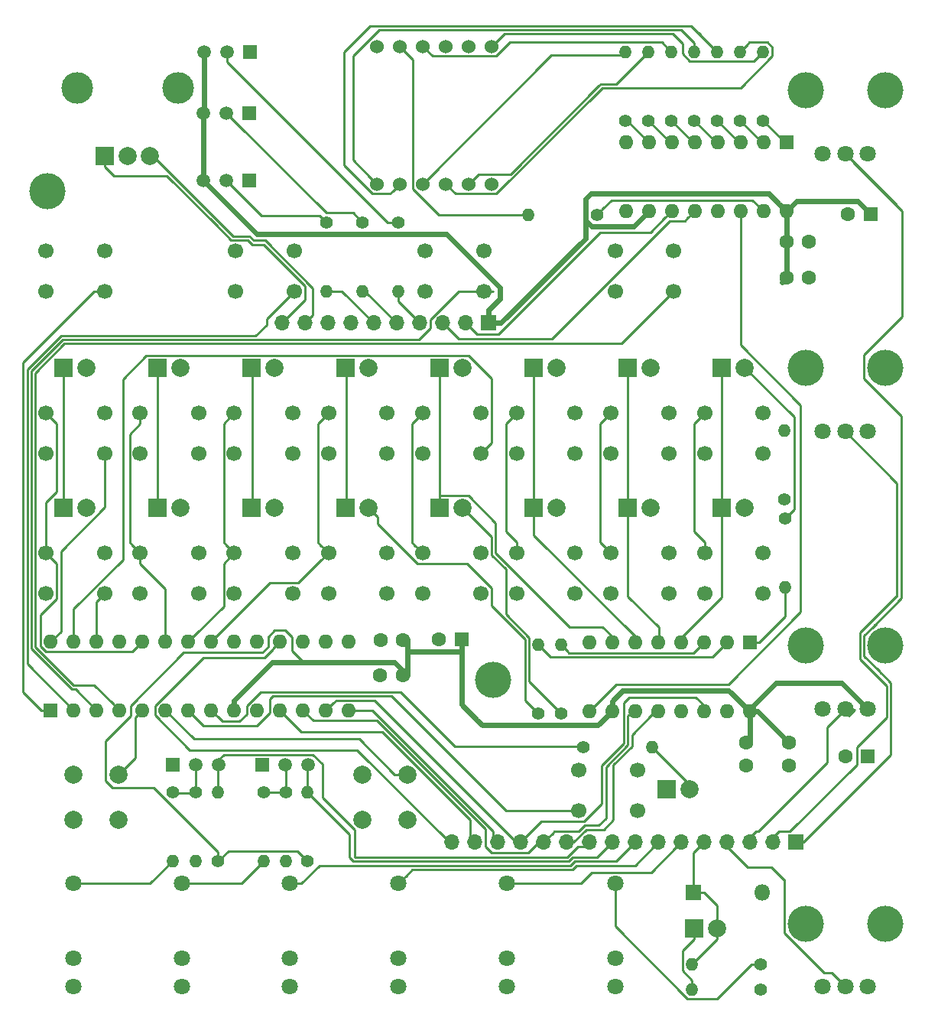
<source format=gtl>
G04 #@! TF.GenerationSoftware,KiCad,Pcbnew,(5.1.2)-1*
G04 #@! TF.CreationDate,2020-07-24T19:37:29-07:00*
G04 #@! TF.ProjectId,kicad-control-board,6b696361-642d-4636-9f6e-74726f6c2d62,rev?*
G04 #@! TF.SameCoordinates,Original*
G04 #@! TF.FileFunction,Copper,L1,Top*
G04 #@! TF.FilePolarity,Positive*
%FSLAX46Y46*%
G04 Gerber Fmt 4.6, Leading zero omitted, Abs format (unit mm)*
G04 Created by KiCad (PCBNEW (5.1.2)-1) date 2020-07-24 19:37:29*
%MOMM*%
%LPD*%
G04 APERTURE LIST*
%ADD10C,1.700000*%
%ADD11R,1.600000X1.600000*%
%ADD12O,1.600000X1.600000*%
%ADD13C,1.520000*%
%ADD14R,1.520000X1.520000*%
%ADD15C,1.600000*%
%ADD16C,4.000000*%
%ADD17C,1.800000*%
%ADD18R,1.700000X1.700000*%
%ADD19O,1.700000X1.700000*%
%ADD20C,1.524000*%
%ADD21O,1.400000X1.400000*%
%ADD22C,1.400000*%
%ADD23C,3.500000*%
%ADD24C,2.000000*%
%ADD25R,2.000000X2.000000*%
%ADD26O,1.800000X1.800000*%
%ADD27R,1.800000X1.800000*%
%ADD28C,0.600000*%
%ADD29C,0.250000*%
G04 APERTURE END LIST*
D10*
X74081630Y-60450000D03*
X67581630Y-60450000D03*
X74081630Y-55950000D03*
X67581630Y-55950000D03*
D11*
X97500000Y-26000000D03*
D12*
X79720000Y-33620000D03*
X94960000Y-26000000D03*
X82260000Y-33620000D03*
X92420000Y-26000000D03*
X84800000Y-33620000D03*
X89880000Y-26000000D03*
X87340000Y-33620000D03*
X87340000Y-26000000D03*
X89880000Y-33620000D03*
X84800000Y-26000000D03*
X92420000Y-33620000D03*
X82260000Y-26000000D03*
X94960000Y-33620000D03*
X79720000Y-26000000D03*
X97500000Y-33620000D03*
D13*
X35500000Y-16000000D03*
X32960000Y-16000000D03*
D14*
X38040000Y-16000000D03*
D13*
X41981120Y-94881700D03*
X44521120Y-94881700D03*
D14*
X39441120Y-94881700D03*
D13*
X32095440Y-94902020D03*
X34635440Y-94902020D03*
D14*
X29555440Y-94902020D03*
D13*
X35460000Y-30250000D03*
X32920000Y-30250000D03*
D14*
X38000000Y-30250000D03*
D13*
X35460000Y-22750000D03*
X32920000Y-22750000D03*
D14*
X38000000Y-22750000D03*
D15*
X93000000Y-92500000D03*
X93000000Y-95000000D03*
X55039260Y-81097120D03*
X52539260Y-81097120D03*
X97500000Y-37000000D03*
X100000000Y-37000000D03*
D16*
X108400000Y-112500000D03*
X99600000Y-112500000D03*
D17*
X106500000Y-119500000D03*
X104000000Y-119500000D03*
X101500000Y-119500000D03*
D16*
X108400000Y-81750000D03*
X99600000Y-81750000D03*
D17*
X106500000Y-88750000D03*
X104000000Y-88750000D03*
X101500000Y-88750000D03*
D16*
X108400000Y-51000000D03*
X99600000Y-51000000D03*
D17*
X106500000Y-58000000D03*
X104000000Y-58000000D03*
X101500000Y-58000000D03*
D16*
X108400000Y-20250000D03*
X99600000Y-20250000D03*
D17*
X106500000Y-27250000D03*
X104000000Y-27250000D03*
X101500000Y-27250000D03*
D18*
X98500000Y-103500000D03*
D19*
X95960000Y-103500000D03*
X93420000Y-103500000D03*
X90880000Y-103500000D03*
X88340000Y-103500000D03*
X85800000Y-103500000D03*
X83260000Y-103500000D03*
X80720000Y-103500000D03*
X78180000Y-103500000D03*
X75640000Y-103500000D03*
X73100000Y-103500000D03*
X70560000Y-103500000D03*
X68020000Y-103500000D03*
X65480000Y-103500000D03*
X62940000Y-103500000D03*
X60400000Y-103500000D03*
D12*
X93400000Y-89020000D03*
X75620000Y-81400000D03*
X90860000Y-89020000D03*
X78160000Y-81400000D03*
X88320000Y-89020000D03*
X80700000Y-81400000D03*
X85780000Y-89020000D03*
X83240000Y-81400000D03*
X83240000Y-89020000D03*
X85780000Y-81400000D03*
X80700000Y-89020000D03*
X88320000Y-81400000D03*
X78160000Y-89020000D03*
X90860000Y-81400000D03*
X75620000Y-89020000D03*
D11*
X93400000Y-81400000D03*
D10*
X53248978Y-60450000D03*
X46748978Y-60450000D03*
X53248978Y-55950000D03*
X46748978Y-55950000D03*
X32416326Y-75950000D03*
X25916326Y-75950000D03*
X32416326Y-71450000D03*
X25916326Y-71450000D03*
X22000000Y-75950000D03*
X15500000Y-75950000D03*
X22000000Y-71450000D03*
X15500000Y-71450000D03*
X63665304Y-60450000D03*
X57165304Y-60450000D03*
X63665304Y-55950000D03*
X57165304Y-55950000D03*
X22000000Y-60450000D03*
X15500000Y-60450000D03*
X22000000Y-55950000D03*
X15500000Y-55950000D03*
X32416326Y-60450000D03*
X25916326Y-60450000D03*
X32416326Y-55950000D03*
X25916326Y-55950000D03*
X42832652Y-60450000D03*
X36332652Y-60450000D03*
X42832652Y-55950000D03*
X36332652Y-55950000D03*
X94914284Y-60450000D03*
X88414284Y-60450000D03*
X94914284Y-55950000D03*
X88414284Y-55950000D03*
X84497956Y-60450000D03*
X77997956Y-60450000D03*
X84497956Y-55950000D03*
X77997956Y-55950000D03*
X42832652Y-75950000D03*
X36332652Y-75950000D03*
X42832652Y-71450000D03*
X36332652Y-71450000D03*
X53248978Y-75950000D03*
X46748978Y-75950000D03*
X53248978Y-71450000D03*
X46748978Y-71450000D03*
X94914284Y-75950000D03*
X88414284Y-75950000D03*
X94914284Y-71450000D03*
X88414284Y-71450000D03*
X84497956Y-75950000D03*
X77997956Y-75950000D03*
X84497956Y-71450000D03*
X77997956Y-71450000D03*
X74081630Y-75950000D03*
X67581630Y-75950000D03*
X74081630Y-71450000D03*
X67581630Y-71450000D03*
X63665304Y-75950000D03*
X57165304Y-75950000D03*
X63665304Y-71450000D03*
X57165304Y-71450000D03*
X43000000Y-42500000D03*
X36500000Y-42500000D03*
X43000000Y-38000000D03*
X36500000Y-38000000D03*
X64000000Y-42500000D03*
X57500000Y-42500000D03*
X64000000Y-38000000D03*
X57500000Y-38000000D03*
X85000000Y-42500000D03*
X78500000Y-42500000D03*
X85000000Y-38000000D03*
X78500000Y-38000000D03*
X22000000Y-42500000D03*
X15500000Y-42500000D03*
X22000000Y-38000000D03*
X15500000Y-38000000D03*
X74500000Y-95500000D03*
X81000000Y-95500000D03*
X74500000Y-100000000D03*
X81000000Y-100000000D03*
D20*
X52150000Y-30620000D03*
X54690000Y-30620000D03*
X57230000Y-30620000D03*
X59770000Y-30620000D03*
X62310000Y-30620000D03*
X64850000Y-30620000D03*
X64850000Y-15380000D03*
X62310000Y-15380000D03*
X59770000Y-15380000D03*
X57230000Y-15380000D03*
X54690000Y-15380000D03*
X52150000Y-15380000D03*
D12*
X16000000Y-81280000D03*
X49020000Y-88900000D03*
X18540000Y-81280000D03*
X46480000Y-88900000D03*
X21080000Y-81280000D03*
X43940000Y-88900000D03*
X23620000Y-81280000D03*
X41400000Y-88900000D03*
X26160000Y-81280000D03*
X38860000Y-88900000D03*
X28700000Y-81280000D03*
X36320000Y-88900000D03*
X31240000Y-81280000D03*
X33780000Y-88900000D03*
X33780000Y-81280000D03*
X31240000Y-88900000D03*
X36320000Y-81280000D03*
X28700000Y-88900000D03*
X38860000Y-81280000D03*
X26160000Y-88900000D03*
X41400000Y-81280000D03*
X23620000Y-88900000D03*
X43940000Y-81280000D03*
X21080000Y-88900000D03*
X46480000Y-81280000D03*
X18540000Y-88900000D03*
X49020000Y-81280000D03*
D11*
X16000000Y-88900000D03*
D21*
X39600000Y-105620000D03*
D22*
X39600000Y-98000000D03*
D15*
X59000000Y-81000000D03*
D11*
X61500000Y-81000000D03*
D23*
X30100000Y-20000000D03*
X18900000Y-20000000D03*
D24*
X27000000Y-27500000D03*
X24500000Y-27500000D03*
D25*
X22000000Y-27500000D03*
D22*
X54500000Y-34850000D03*
D21*
X54500000Y-42470000D03*
X50500000Y-42470000D03*
D22*
X50500000Y-34850000D03*
X46500000Y-34850000D03*
D21*
X46500000Y-42470000D03*
X82620000Y-93000000D03*
D22*
X75000000Y-93000000D03*
X34550000Y-105600000D03*
D21*
X34550000Y-97980000D03*
X32050000Y-105570000D03*
D22*
X32050000Y-97950000D03*
X42050000Y-97950000D03*
D21*
X42050000Y-105570000D03*
D22*
X94610000Y-116990000D03*
D21*
X86990000Y-116990000D03*
X87020000Y-119770000D03*
D22*
X94640000Y-119770000D03*
X44450000Y-105600000D03*
D21*
X44450000Y-97980000D03*
X97290000Y-57890000D03*
D22*
X97290000Y-65510000D03*
X97330000Y-67650000D03*
D21*
X97330000Y-75270000D03*
X70000000Y-81630000D03*
D22*
X70000000Y-89250000D03*
X72500000Y-89250000D03*
D21*
X72500000Y-81630000D03*
X68880000Y-34000000D03*
D22*
X76500000Y-34000000D03*
X79660000Y-23590000D03*
D21*
X79660000Y-15970000D03*
X89826664Y-15970000D03*
D22*
X89826664Y-23590000D03*
X87284998Y-23590000D03*
D21*
X87284998Y-15970000D03*
X84743332Y-15970000D03*
D22*
X84743332Y-23590000D03*
X82201666Y-23590000D03*
D21*
X82201666Y-15970000D03*
X29500000Y-105570000D03*
D22*
X29500000Y-97950000D03*
X94910000Y-23590000D03*
D21*
X94910000Y-15970000D03*
X92368330Y-15970000D03*
D22*
X92368330Y-23590000D03*
D15*
X97750000Y-95000000D03*
X97750000Y-92500000D03*
X104000000Y-94000000D03*
D11*
X106500000Y-94000000D03*
D15*
X55000000Y-85000000D03*
X52500000Y-85000000D03*
X104300000Y-33950000D03*
D11*
X106800000Y-33950000D03*
D15*
X100000000Y-41000000D03*
X97500000Y-41000000D03*
D25*
X17430000Y-50950000D03*
D24*
X19970000Y-50950000D03*
D25*
X27846326Y-50950000D03*
D24*
X30386326Y-50950000D03*
X40802652Y-50950000D03*
D25*
X38262652Y-50950000D03*
D24*
X51218978Y-50950000D03*
D25*
X48678978Y-50950000D03*
X90344284Y-50950000D03*
D24*
X92884284Y-50950000D03*
D25*
X79927956Y-50950000D03*
D24*
X82467956Y-50950000D03*
D25*
X69511630Y-50950000D03*
D24*
X72051630Y-50950000D03*
D25*
X59095304Y-50950000D03*
D24*
X61635304Y-50950000D03*
D25*
X17430000Y-66450000D03*
D24*
X19970000Y-66450000D03*
D25*
X27846326Y-66450000D03*
D24*
X30386326Y-66450000D03*
D25*
X38262652Y-66450000D03*
D24*
X40802652Y-66450000D03*
D25*
X48678978Y-66450000D03*
D24*
X51218978Y-66450000D03*
X92884284Y-66450000D03*
D25*
X90344284Y-66450000D03*
D24*
X82467956Y-66450000D03*
D25*
X79927956Y-66450000D03*
X69511630Y-66450000D03*
D24*
X72051630Y-66450000D03*
D25*
X59095304Y-66450000D03*
D24*
X61635304Y-66450000D03*
D25*
X87230000Y-113000000D03*
D24*
X89770000Y-113000000D03*
X86720000Y-97600000D03*
D25*
X84180000Y-97600000D03*
D26*
X94800000Y-109060000D03*
D27*
X87180000Y-109060000D03*
D18*
X64500000Y-46000000D03*
D19*
X61960000Y-46000000D03*
X59420000Y-46000000D03*
X56880000Y-46000000D03*
X54340000Y-46000000D03*
X51800000Y-46000000D03*
X49260000Y-46000000D03*
X46720000Y-46000000D03*
X44180000Y-46000000D03*
X41640000Y-46000000D03*
D17*
X78500000Y-108080000D03*
X78500000Y-119480000D03*
X78500000Y-116380000D03*
X66500000Y-108080000D03*
X66500000Y-119480000D03*
X66500000Y-116380000D03*
X18500000Y-116380000D03*
X18500000Y-119480000D03*
X18500000Y-108080000D03*
X54500000Y-116380000D03*
X54500000Y-119480000D03*
X54500000Y-108080000D03*
X42500000Y-116380000D03*
X42500000Y-119480000D03*
X42500000Y-108080000D03*
X30500000Y-108080000D03*
X30500000Y-119480000D03*
X30500000Y-116380000D03*
D24*
X18500000Y-96000000D03*
X23500000Y-96000000D03*
X23500000Y-101000000D03*
X18500000Y-101000000D03*
X50500000Y-101000000D03*
X55500000Y-101000000D03*
X55500000Y-96000000D03*
X50500000Y-96000000D03*
D16*
X65000000Y-85500000D03*
X15650000Y-31440000D03*
D28*
X97500000Y-33620000D02*
X97500000Y-37000000D01*
X97500000Y-41000000D02*
X97500000Y-37000000D01*
X80579999Y-35300001D02*
X79053997Y-35300001D01*
X82260000Y-33620000D02*
X80579999Y-35300001D01*
X79053997Y-35300001D02*
X75875999Y-35300001D01*
X75875999Y-35300001D02*
X75199999Y-34624001D01*
X96700001Y-32820001D02*
X97500000Y-33620000D01*
X95549988Y-31669988D02*
X96700001Y-32820001D01*
X75830012Y-31669988D02*
X95549988Y-31669988D01*
X75199999Y-32300001D02*
X75830012Y-31669988D01*
X97000000Y-41500000D02*
X97500000Y-41000000D01*
X75199999Y-34624001D02*
X75199999Y-34000000D01*
X75199999Y-34000000D02*
X75199999Y-32300001D01*
X75199996Y-36638274D02*
X75199999Y-36274681D01*
X75199999Y-36274681D02*
X75199999Y-34000000D01*
X65838270Y-46000000D02*
X75199996Y-36638274D01*
X64500000Y-46000000D02*
X65838270Y-46000000D01*
X96295000Y-85825000D02*
X98400000Y-85825000D01*
X93500000Y-88620000D02*
X96295000Y-85825000D01*
X105400000Y-32550000D02*
X106800000Y-33950000D01*
X98570000Y-32550000D02*
X105400000Y-32550000D01*
X97500000Y-33620000D02*
X98570000Y-32550000D01*
X55500000Y-85000000D02*
X55500000Y-81000000D01*
X55768631Y-82400001D02*
X61500000Y-82400000D01*
X55500000Y-82131370D02*
X55768631Y-82400001D01*
X55500000Y-81000000D02*
X55500000Y-82131370D01*
D29*
X43750001Y-104900001D02*
X44450000Y-105600000D01*
X43294999Y-104444999D02*
X43750001Y-104900001D01*
X35705001Y-104444999D02*
X43294999Y-104444999D01*
X34550000Y-105600000D02*
X35705001Y-104444999D01*
D28*
X61500000Y-82400000D02*
X61500000Y-81000000D01*
X61500000Y-88250000D02*
X61500000Y-84250000D01*
X61500000Y-84899642D02*
X61500000Y-84250000D01*
X61500000Y-84250000D02*
X61500000Y-82400000D01*
X63800001Y-90550001D02*
X63250000Y-90000000D01*
X76629999Y-90550001D02*
X63800001Y-90550001D01*
X78160000Y-89020000D02*
X76629999Y-90550001D01*
X63670001Y-90420001D02*
X63250000Y-90000000D01*
X63250000Y-90000000D02*
X61500000Y-88250000D01*
X36320000Y-87768630D02*
X36320000Y-88900000D01*
X40488631Y-83599999D02*
X36320000Y-87768630D01*
X55500000Y-85000000D02*
X54099999Y-83599999D01*
X94270000Y-89020000D02*
X97750000Y-92500000D01*
X93400000Y-89020000D02*
X94270000Y-89020000D01*
X93400000Y-92100000D02*
X93000000Y-92500000D01*
X93400000Y-89020000D02*
X93400000Y-92100000D01*
X93400000Y-89020000D02*
X91105012Y-86725012D01*
X79323618Y-86725012D02*
X78160000Y-87888630D01*
X78160000Y-87888630D02*
X78160000Y-89020000D01*
X91105012Y-86725012D02*
X79323618Y-86725012D01*
D29*
X42714999Y-82285077D02*
X44029921Y-83599999D01*
X42714999Y-80781997D02*
X42714999Y-82285077D01*
X40085001Y-80781997D02*
X40811999Y-80054999D01*
X40085001Y-81868001D02*
X40085001Y-80781997D01*
X39448001Y-82505001D02*
X40085001Y-81868001D01*
X41988001Y-80054999D02*
X42714999Y-80781997D01*
X30741997Y-82505001D02*
X39448001Y-82505001D01*
X24845001Y-89488001D02*
X24845001Y-88401997D01*
X22074999Y-92258003D02*
X24845001Y-89488001D01*
X22815999Y-97425001D02*
X22074999Y-96684001D01*
X22074999Y-96684001D02*
X22074999Y-92258003D01*
X27364950Y-97425001D02*
X22815999Y-97425001D01*
X34550000Y-104610051D02*
X27364950Y-97425001D01*
X34550000Y-105600000D02*
X34550000Y-104610051D01*
X24845001Y-88401997D02*
X30741997Y-82505001D01*
D28*
X44029921Y-83599999D02*
X40488631Y-83599999D01*
D29*
X40811999Y-80054999D02*
X41988001Y-80054999D01*
D28*
X54099999Y-83599999D02*
X44029921Y-83599999D01*
X65725010Y-42079008D02*
X65725010Y-43324990D01*
X65725010Y-43324990D02*
X64500000Y-44550000D01*
X64500000Y-44550000D02*
X64500000Y-46000000D01*
X59796003Y-36150001D02*
X65725010Y-42079008D01*
X38820001Y-36150001D02*
X32920000Y-30250000D01*
X41307299Y-36150001D02*
X59796003Y-36150001D01*
X41307299Y-36150001D02*
X38820001Y-36150001D01*
X32920000Y-29175198D02*
X32920000Y-22750000D01*
X32920000Y-30250000D02*
X32920000Y-29175198D01*
X32960000Y-22710000D02*
X32920000Y-22750000D01*
X32960000Y-16000000D02*
X32960000Y-22710000D01*
X103575000Y-85825000D02*
X102995000Y-85825000D01*
X106500000Y-88750000D02*
X103575000Y-85825000D01*
X98400000Y-85825000D02*
X102995000Y-85825000D01*
D29*
X17430000Y-52250000D02*
X17430000Y-66500000D01*
X17430000Y-51000000D02*
X17430000Y-52250000D01*
X90344284Y-50950000D02*
X90344284Y-66450000D01*
X90344284Y-76335716D02*
X90344284Y-66450000D01*
X85880000Y-80800000D02*
X90344284Y-76335716D01*
X27858571Y-65250000D02*
X27858571Y-51000000D01*
X27858571Y-66500000D02*
X27858571Y-65250000D01*
X79927956Y-52200000D02*
X79927956Y-66450000D01*
X79927956Y-50950000D02*
X79927956Y-52200000D01*
X79927956Y-67700000D02*
X79927956Y-66450000D01*
X79927956Y-76256586D02*
X79927956Y-67700000D01*
X83340000Y-79668630D02*
X79927956Y-76256586D01*
X83340000Y-80800000D02*
X83340000Y-79668630D01*
X38287142Y-60309002D02*
X38287142Y-66500000D01*
X38287142Y-51000000D02*
X38287142Y-60309002D01*
X69511630Y-52200000D02*
X69511630Y-66450000D01*
X69511630Y-50950000D02*
X69511630Y-52200000D01*
X69511630Y-69511630D02*
X69511630Y-66450000D01*
X80800000Y-80800000D02*
X69511630Y-69511630D01*
X48715713Y-51000000D02*
X48715713Y-66500000D01*
X59095304Y-52200000D02*
X59095304Y-66450000D01*
X59095304Y-50950000D02*
X59095304Y-52200000D01*
X77134999Y-79674999D02*
X73474999Y-79674999D01*
X78260000Y-80800000D02*
X77134999Y-79674999D01*
X59095304Y-65200000D02*
X59095304Y-66450000D01*
X59170305Y-65124999D02*
X59095304Y-65200000D01*
X65290316Y-71490316D02*
X65290316Y-68144010D01*
X73474999Y-79674999D02*
X65290316Y-71490316D01*
X65290316Y-68144010D02*
X62271305Y-65124999D01*
X62271305Y-65124999D02*
X59170305Y-65124999D01*
X92884284Y-50950000D02*
X98325001Y-56390717D01*
X98325001Y-66654999D02*
X97330000Y-67650000D01*
X98325001Y-56390717D02*
X98325001Y-66654999D01*
X68524988Y-87774988D02*
X68524988Y-81024988D01*
X70000000Y-89250000D02*
X68524988Y-87774988D01*
X52218977Y-67449999D02*
X51218978Y-66450000D01*
X68524988Y-81024988D02*
X64840305Y-77340305D01*
X64840305Y-77340305D02*
X64840305Y-75385999D01*
X64840305Y-75385999D02*
X62079307Y-72625001D01*
X62079307Y-72625001D02*
X56601303Y-72625001D01*
X56601303Y-72625001D02*
X52218977Y-68242675D01*
X52218977Y-68242675D02*
X52218977Y-67449999D01*
X64840305Y-76514001D02*
X64840305Y-75385999D01*
X68974999Y-80838588D02*
X66406629Y-78270218D01*
X64840305Y-71676716D02*
X64840305Y-69655001D01*
X62635303Y-67449999D02*
X61635304Y-66450000D01*
X66406629Y-73243040D02*
X64840305Y-71676716D01*
X64840305Y-69655001D02*
X62635303Y-67449999D01*
X68974999Y-85724999D02*
X68974999Y-80838588D01*
X72500000Y-89250000D02*
X68974999Y-85724999D01*
X66406629Y-78270218D02*
X66406629Y-73243040D01*
X87230000Y-114250000D02*
X87230000Y-113000000D01*
X85964999Y-115515001D02*
X87230000Y-114250000D01*
X85964999Y-117725050D02*
X85964999Y-115515001D01*
X87020000Y-118780051D02*
X85964999Y-117725050D01*
X87020000Y-119770000D02*
X87020000Y-118780051D01*
X87180000Y-104660000D02*
X87180000Y-109060000D01*
X88340000Y-103500000D02*
X87180000Y-104660000D01*
X89770000Y-114210000D02*
X89770000Y-113000000D01*
X86990000Y-116990000D02*
X89770000Y-114210000D01*
X89770000Y-111585787D02*
X89770000Y-113000000D01*
X89770000Y-110500000D02*
X89770000Y-111585787D01*
X88330000Y-109060000D02*
X89770000Y-110500000D01*
X87180000Y-109060000D02*
X88330000Y-109060000D01*
X34579999Y-89699999D02*
X33780000Y-88900000D01*
X36908001Y-90125001D02*
X35005001Y-90125001D01*
X37734999Y-88359999D02*
X37734999Y-89298003D01*
X39220021Y-86874977D02*
X37734999Y-88359999D01*
X54774977Y-86874977D02*
X39220021Y-86874977D01*
X35005001Y-90125001D02*
X34579999Y-89699999D01*
X37734999Y-89298003D02*
X36908001Y-90125001D01*
X60750000Y-92850000D02*
X54774977Y-86874977D01*
X75050000Y-92850000D02*
X60750000Y-92850000D01*
X70949999Y-103150001D02*
X70100000Y-104000000D01*
X71500000Y-102600000D02*
X70949999Y-103150001D01*
X71649989Y-102450011D02*
X71500000Y-102600000D01*
X77500000Y-97000000D02*
X77500000Y-97239002D01*
X79935012Y-92701401D02*
X77500000Y-95136412D01*
X79935012Y-89484988D02*
X79935012Y-92701401D01*
X80800000Y-88620000D02*
X79935012Y-89484988D01*
X77500000Y-95136412D02*
X77500000Y-97000000D01*
X68924999Y-104675001D02*
X70100000Y-103500000D01*
X43940000Y-88900000D02*
X45065001Y-90025001D01*
X45065001Y-90025001D02*
X52110672Y-90025001D01*
X52110672Y-90025001D02*
X64115001Y-102029331D01*
X64115001Y-102029331D02*
X64115001Y-103965003D01*
X64115001Y-103965003D02*
X64824999Y-104675001D01*
X64824999Y-104675001D02*
X68924999Y-104675001D01*
X77500000Y-98268000D02*
X77500000Y-97000000D01*
X77500000Y-98500000D02*
X77500000Y-98268000D01*
X76682988Y-101625012D02*
X77500000Y-100808000D01*
X71500000Y-102600000D02*
X71775001Y-102324999D01*
X71775001Y-102324999D02*
X74439589Y-102324999D01*
X74439589Y-102324999D02*
X75139576Y-101625012D01*
X75139576Y-101625012D02*
X76682988Y-101625012D01*
X77500000Y-100808000D02*
X77500000Y-98268000D01*
X62480000Y-101030741D02*
X62480000Y-102297919D01*
X62480000Y-102297919D02*
X62480000Y-103500000D01*
X43750000Y-91250000D02*
X52699259Y-91250000D01*
X41400000Y-88900000D02*
X43750000Y-91250000D01*
X52699259Y-91250000D02*
X62480000Y-101030741D01*
X47279999Y-88100001D02*
X46480000Y-88900000D01*
X47605001Y-87774999D02*
X47279999Y-88100001D01*
X51834999Y-87774999D02*
X47605001Y-87774999D01*
X79485001Y-88269997D02*
X79485001Y-88450000D01*
X79485001Y-88450000D02*
X79485001Y-88700000D01*
X79485001Y-88069997D02*
X80000000Y-87554998D01*
X79485001Y-89100000D02*
X79485001Y-88069997D01*
X80000000Y-87554998D02*
X79674999Y-87879999D01*
X79485001Y-88700000D02*
X79485001Y-89100000D01*
X79485001Y-92515001D02*
X79484999Y-92515001D01*
X79485001Y-89100000D02*
X79485001Y-92515001D01*
X77000000Y-95000000D02*
X77000000Y-97739002D01*
X79484999Y-92515001D02*
X77000000Y-95000000D01*
X67560000Y-103500000D02*
X51834999Y-87774999D01*
X87450023Y-87450023D02*
X80104975Y-87450023D01*
X80104975Y-87450023D02*
X80000000Y-87554998D01*
X88420000Y-88420000D02*
X87450023Y-87450023D01*
X68869999Y-102650001D02*
X68020000Y-103500000D01*
X75064001Y-101175001D02*
X70344999Y-101175001D01*
X77000000Y-97739002D02*
X77000000Y-99239002D01*
X70344999Y-101175001D02*
X68869999Y-102650001D01*
X77000000Y-99239002D02*
X75064001Y-101175001D01*
X50151370Y-88900000D02*
X49020000Y-88900000D01*
X51622081Y-88900000D02*
X50151370Y-88900000D01*
X65020000Y-103500000D02*
X65020000Y-102297919D01*
X65020000Y-102297919D02*
X51622081Y-88900000D01*
X80385023Y-91574977D02*
X82540001Y-89419999D01*
X82540001Y-89419999D02*
X83340000Y-88620000D01*
X80385023Y-92887801D02*
X80385023Y-91574977D01*
X78324999Y-94947823D02*
X80385023Y-92887801D01*
X78324999Y-98315001D02*
X78324999Y-97882999D01*
X78324999Y-97882999D02*
X78324999Y-94947823D01*
X78324999Y-100999001D02*
X78324999Y-97882999D01*
X75325975Y-102075023D02*
X77248977Y-102075023D01*
X73900998Y-103500000D02*
X75325975Y-102075023D01*
X73100000Y-103500000D02*
X73900998Y-103500000D01*
X77248977Y-102075023D02*
X78324999Y-100999001D01*
X54500000Y-43620000D02*
X54500000Y-42470000D01*
X56880000Y-46000000D02*
X54500000Y-43620000D01*
X50810000Y-42470000D02*
X50500000Y-42470000D01*
X54340000Y-46000000D02*
X50810000Y-42470000D01*
X48270000Y-42470000D02*
X46500000Y-42470000D01*
X51800000Y-46000000D02*
X48270000Y-42470000D01*
X49049991Y-102579991D02*
X44450000Y-97980000D01*
X49049991Y-105186401D02*
X49049991Y-102579991D01*
X73390401Y-105625012D02*
X49488601Y-105625012D01*
X73840411Y-105175001D02*
X73390401Y-105625012D01*
X76544999Y-105175001D02*
X73840411Y-105175001D01*
X49488601Y-105625012D02*
X49049991Y-105186401D01*
X77720000Y-104000000D02*
X76544999Y-105175001D01*
X44450000Y-94952820D02*
X44521120Y-94881700D01*
X44450000Y-97980000D02*
X44450000Y-94952820D01*
X73576801Y-106075023D02*
X45777769Y-106075023D01*
X78634988Y-105625012D02*
X74026812Y-105625012D01*
X80260000Y-104000000D02*
X78634988Y-105625012D01*
X74026812Y-105625012D02*
X73576801Y-106075023D01*
X45777769Y-106075023D02*
X43772792Y-108080000D01*
X43772792Y-108080000D02*
X42500000Y-108080000D01*
X82800000Y-104000000D02*
X80724977Y-106075023D01*
X80724977Y-106075023D02*
X74213211Y-106075023D01*
X74213211Y-106075023D02*
X73763201Y-106525034D01*
X73763201Y-106525034D02*
X56054966Y-106525034D01*
X56054966Y-106525034D02*
X55399999Y-107180001D01*
X55399999Y-107180001D02*
X54500000Y-108080000D01*
X35215001Y-93774999D02*
X34040000Y-94950000D01*
X49675001Y-102136003D02*
X47538998Y-100000000D01*
X73204001Y-105175001D02*
X49675001Y-105175001D01*
X74379002Y-104000000D02*
X73204001Y-105175001D01*
X75180000Y-104000000D02*
X74379002Y-104000000D01*
X49675001Y-105175001D02*
X49675001Y-102136003D01*
X34550000Y-94987460D02*
X34635440Y-94902020D01*
X34550000Y-97980000D02*
X34550000Y-94987460D01*
X45020221Y-93774999D02*
X41693361Y-93774999D01*
X46102349Y-98563351D02*
X46102349Y-94857127D01*
X46102349Y-98563351D02*
X47538998Y-100000000D01*
X46102349Y-94857127D02*
X45020221Y-93774999D01*
X41693361Y-93774999D02*
X35215001Y-93774999D01*
X75917822Y-106854999D02*
X74692821Y-108080000D01*
X74692821Y-108080000D02*
X67772792Y-108080000D01*
X82485001Y-106854999D02*
X75917822Y-106854999D01*
X85340000Y-104000000D02*
X82485001Y-106854999D01*
X67772792Y-108080000D02*
X66500000Y-108080000D01*
X93210000Y-106290000D02*
X95830000Y-106290000D01*
X93210000Y-106290000D02*
X90420000Y-103500000D01*
X97180000Y-107640000D02*
X97210000Y-107640000D01*
X95830000Y-106290000D02*
X97180000Y-107640000D01*
X97210000Y-107640000D02*
X97210000Y-113551002D01*
X102480501Y-117980501D02*
X101639499Y-117980501D01*
X104000000Y-119500000D02*
X102480501Y-117980501D01*
X97210000Y-113551002D02*
X101639499Y-117980501D01*
X104350001Y-89483331D02*
X105000000Y-88833332D01*
X94135001Y-102324999D02*
X94375001Y-102324999D01*
X92960000Y-103500000D02*
X94135001Y-102324999D01*
X102005000Y-90745000D02*
X104000000Y-88750000D01*
X102005000Y-94695000D02*
X102005000Y-90745000D01*
X94375001Y-102324999D02*
X102005000Y-94695000D01*
X96675001Y-102324999D02*
X95500000Y-103500000D01*
X105274999Y-94875001D02*
X97825001Y-102324999D01*
X105274999Y-92936003D02*
X105274999Y-94875001D01*
X108575001Y-89636001D02*
X105274999Y-92936003D01*
X108575001Y-86185001D02*
X108575001Y-89636001D01*
X104000000Y-58000000D02*
X109735620Y-63735620D01*
X109735620Y-63735620D02*
X109735620Y-76275620D01*
X109735620Y-76275620D02*
X109654380Y-76275620D01*
X97825001Y-102324999D02*
X96675001Y-102324999D01*
X109654380Y-76275620D02*
X105624988Y-80305012D01*
X105624988Y-80305012D02*
X105624988Y-83234988D01*
X105624988Y-83234988D02*
X108575001Y-86185001D01*
X109695420Y-32945420D02*
X104000000Y-27250000D01*
X104899999Y-28190839D02*
X110304580Y-33595420D01*
X104899999Y-28149999D02*
X104899999Y-28190839D01*
X104000000Y-27250000D02*
X104899999Y-28149999D01*
X106074999Y-52198559D02*
X110218220Y-56341780D01*
X106074999Y-49574161D02*
X106074999Y-52198559D01*
X110304580Y-45344580D02*
X106074999Y-49574161D01*
X110304580Y-33595420D02*
X110304580Y-45344580D01*
X106074999Y-80633999D02*
X106074999Y-82866001D01*
X109025012Y-93839990D02*
X109025012Y-85816014D01*
X99365002Y-103500000D02*
X109025012Y-93839990D01*
X107669499Y-84460501D02*
X107928998Y-84720000D01*
X109025012Y-85816014D02*
X107669499Y-84460501D01*
X98040000Y-103500000D02*
X99365002Y-103500000D01*
X106074999Y-82866001D02*
X107669499Y-84460501D01*
X110218220Y-76490778D02*
X107059499Y-79649499D01*
X110218220Y-75291780D02*
X110218220Y-76490778D01*
X107059499Y-79649499D02*
X106074999Y-80633999D01*
X107283999Y-79424999D02*
X107059499Y-79649499D01*
X110218220Y-56341780D02*
X110218220Y-75291780D01*
X49500000Y-27970000D02*
X51388001Y-29858001D01*
X52371249Y-13549989D02*
X49500000Y-16421238D01*
X49500000Y-16421238D02*
X49500000Y-27970000D01*
X66500000Y-13549989D02*
X52371249Y-13549989D01*
X51388001Y-29858001D02*
X52150000Y-30620000D01*
X85854936Y-13549989D02*
X85019989Y-13549989D01*
X87284998Y-14980051D02*
X85854936Y-13549989D01*
X87284998Y-15970000D02*
X87284998Y-14980051D01*
X85669989Y-13549989D02*
X85019989Y-13549989D01*
X85019989Y-13549989D02*
X66500000Y-13549989D01*
X51400022Y-13099978D02*
X48500000Y-16000000D01*
X53928001Y-31381999D02*
X54690000Y-30620000D01*
X48500000Y-28578762D02*
X51628239Y-31707001D01*
X51628239Y-31707001D02*
X53602999Y-31707001D01*
X48500000Y-16000000D02*
X48500000Y-28578762D01*
X53602999Y-31707001D02*
X53928001Y-31381999D01*
X87760022Y-13903358D02*
X89826664Y-15970000D01*
X86956642Y-13099978D02*
X85249978Y-13099978D01*
X89826664Y-15970000D02*
X86956642Y-13099978D01*
X85249978Y-13099978D02*
X51400022Y-13099978D01*
X71470000Y-16380000D02*
X57230000Y-30620000D01*
X79500000Y-16380000D02*
X71470000Y-16380000D01*
X93068329Y-15270001D02*
X92368330Y-15970000D01*
X95935001Y-16462001D02*
X95935001Y-15477999D01*
X93393331Y-14944999D02*
X93068329Y-15270001D01*
X92397002Y-20000000D02*
X95935001Y-16462001D01*
X77078762Y-20000000D02*
X92397002Y-20000000D01*
X65371761Y-31707001D02*
X77078762Y-20000000D01*
X95402001Y-14944999D02*
X93393331Y-14944999D01*
X60857001Y-31707001D02*
X65371761Y-31707001D01*
X95935001Y-15477999D02*
X95402001Y-14944999D01*
X59770000Y-30620000D02*
X60857001Y-31707001D01*
X63397001Y-29532999D02*
X63071999Y-29858001D01*
X63071999Y-29858001D02*
X62310000Y-30620000D01*
X66909353Y-29532999D02*
X63397001Y-29532999D01*
X78621675Y-19549991D02*
X82201666Y-15970000D01*
X76892361Y-19549991D02*
X78621675Y-19549991D01*
X76711175Y-19731175D02*
X76892361Y-19549991D01*
X76711175Y-19731175D02*
X66909353Y-29532999D01*
X66230000Y-14000000D02*
X84887002Y-14000000D01*
X64850000Y-15380000D02*
X66230000Y-14000000D01*
X94210001Y-16669999D02*
X94910000Y-15970000D01*
X93884999Y-16995001D02*
X94210001Y-16669999D01*
X86792997Y-16995001D02*
X93884999Y-16995001D01*
X85960000Y-16162004D02*
X86792997Y-16995001D01*
X85960000Y-15072998D02*
X85960000Y-16162004D01*
X84887002Y-14000000D02*
X85960000Y-15072998D01*
X58317001Y-16467001D02*
X57230000Y-15380000D01*
X65371761Y-16467001D02*
X58317001Y-16467001D01*
X66893763Y-14944999D02*
X65371761Y-16467001D01*
X83718331Y-14944999D02*
X66893763Y-14944999D01*
X84743332Y-15970000D02*
X83718331Y-14944999D01*
X55451999Y-16141999D02*
X54690000Y-15380000D01*
X56142999Y-16832999D02*
X55451999Y-16141999D01*
X56142999Y-31141761D02*
X56142999Y-16832999D01*
X59001238Y-34000000D02*
X56142999Y-31141761D01*
X68880000Y-34000000D02*
X59001238Y-34000000D01*
X78500000Y-109352792D02*
X78500000Y-108080000D01*
X78500000Y-112767002D02*
X78500000Y-109352792D01*
X86527999Y-120795001D02*
X78500000Y-112767002D01*
X89815050Y-120795001D02*
X86527999Y-120795001D01*
X93620051Y-116990000D02*
X89815050Y-120795001D01*
X94610000Y-116990000D02*
X93620051Y-116990000D01*
X26990000Y-108080000D02*
X18500000Y-108080000D01*
X29500000Y-105570000D02*
X26990000Y-108080000D01*
X37140000Y-108080000D02*
X30500000Y-108080000D01*
X39600000Y-105620000D02*
X37140000Y-108080000D01*
X35500000Y-17074802D02*
X35500000Y-16000000D01*
X53275198Y-34850000D02*
X35500000Y-17074802D01*
X54500000Y-34850000D02*
X53275198Y-34850000D01*
X36219999Y-23509999D02*
X35460000Y-22750000D01*
X46534999Y-33824999D02*
X36219999Y-23509999D01*
X49474999Y-33824999D02*
X46534999Y-33824999D01*
X50500000Y-34850000D02*
X49474999Y-33824999D01*
X36219999Y-31009999D02*
X35460000Y-30250000D01*
X39360001Y-34150001D02*
X36219999Y-31009999D01*
X45800001Y-34150001D02*
X39360001Y-34150001D01*
X46500000Y-34850000D02*
X45800001Y-34150001D01*
X32070000Y-97970000D02*
X32150000Y-98050000D01*
X32070000Y-94950000D02*
X32070000Y-97970000D01*
X31160051Y-98050000D02*
X29600000Y-98050000D01*
X32150000Y-98050000D02*
X31160051Y-98050000D01*
X42050000Y-95180000D02*
X41720000Y-94850000D01*
X42050000Y-97950000D02*
X42050000Y-95180000D01*
X42050000Y-97950000D02*
X39050000Y-97950000D01*
X39100000Y-98000000D02*
X39600000Y-98000000D01*
X39050000Y-97950000D02*
X39100000Y-98000000D01*
X94450000Y-81400000D02*
X93400000Y-81400000D01*
X97330000Y-78520000D02*
X94450000Y-81400000D01*
X97330000Y-75270000D02*
X97330000Y-78520000D01*
X71345012Y-82975012D02*
X70699999Y-82329999D01*
X89284988Y-82975012D02*
X71345012Y-82975012D01*
X90860000Y-81400000D02*
X89284988Y-82975012D01*
X70699999Y-82329999D02*
X70000000Y-81630000D01*
X73199999Y-82329999D02*
X72500000Y-81630000D01*
X73395001Y-82525001D02*
X73199999Y-82329999D01*
X87194999Y-82525001D02*
X73395001Y-82525001D01*
X88320000Y-81400000D02*
X87194999Y-82525001D01*
X77199999Y-33300001D02*
X76500000Y-34000000D01*
X78105001Y-32394999D02*
X77199999Y-33300001D01*
X93734999Y-32394999D02*
X78105001Y-32394999D01*
X94960000Y-33620000D02*
X93734999Y-32394999D01*
X97320000Y-26000000D02*
X97500000Y-26000000D01*
X94910000Y-23590000D02*
X97320000Y-26000000D01*
X94500000Y-25540000D02*
X94960000Y-26000000D01*
X94778330Y-26000000D02*
X94960000Y-26000000D01*
X92368330Y-23590000D02*
X94778330Y-26000000D01*
X92236664Y-26000000D02*
X92420000Y-26000000D01*
X89826664Y-23590000D02*
X92236664Y-26000000D01*
X89880000Y-25380000D02*
X89880000Y-26000000D01*
X89694998Y-26000000D02*
X89880000Y-26000000D01*
X87284998Y-23590000D02*
X89694998Y-26000000D01*
X87340000Y-25840000D02*
X87340000Y-26000000D01*
X87153332Y-26000000D02*
X87340000Y-26000000D01*
X84743332Y-23590000D02*
X87153332Y-26000000D01*
X84500000Y-26000000D02*
X84800000Y-26000000D01*
X84611666Y-26000000D02*
X84800000Y-26000000D01*
X82201666Y-23590000D02*
X84611666Y-26000000D01*
X80260000Y-24000000D02*
X79500000Y-24000000D01*
X79850000Y-23590000D02*
X79660000Y-23590000D01*
X82260000Y-26000000D02*
X79850000Y-23590000D01*
X22000000Y-66381002D02*
X22000000Y-61652081D01*
X22000000Y-61652081D02*
X22000000Y-60450000D01*
X17125012Y-71255990D02*
X22000000Y-66381002D01*
X17125012Y-80154988D02*
X17125012Y-71255990D01*
X16000000Y-81280000D02*
X17125012Y-80154988D01*
X87564285Y-56799999D02*
X88414284Y-55950000D01*
X87239283Y-57125001D02*
X87564285Y-56799999D01*
X87239283Y-69072918D02*
X87239283Y-57125001D01*
X88414284Y-70247919D02*
X87239283Y-69072918D01*
X88414284Y-71450000D02*
X88414284Y-70247919D01*
X15500000Y-65836411D02*
X15500000Y-70247919D01*
X15500000Y-70247919D02*
X15500000Y-71450000D01*
X16675001Y-64661410D02*
X15500000Y-65836411D01*
X15500000Y-55950000D02*
X16675001Y-57125001D01*
X16675001Y-57125001D02*
X16675001Y-64661410D01*
X16349999Y-72299999D02*
X15500000Y-71450000D01*
X16675001Y-76514001D02*
X16675001Y-72625001D01*
X14874999Y-81820001D02*
X14874999Y-78314003D01*
X15459999Y-82405001D02*
X14874999Y-81820001D01*
X25034999Y-82405001D02*
X15459999Y-82405001D01*
X14874999Y-78314003D02*
X16675001Y-76514001D01*
X26160000Y-81280000D02*
X25034999Y-82405001D01*
X16675001Y-72625001D02*
X16349999Y-72299999D01*
X35482653Y-70600001D02*
X36332652Y-71450000D01*
X35157651Y-70274999D02*
X35482653Y-70600001D01*
X35157651Y-57125001D02*
X35157651Y-70274999D01*
X36332652Y-55950000D02*
X35157651Y-57125001D01*
X66731631Y-56799999D02*
X67581630Y-55950000D01*
X66406629Y-57125001D02*
X66731631Y-56799999D01*
X66406629Y-69072918D02*
X66406629Y-57125001D01*
X67581630Y-70247919D02*
X66406629Y-69072918D01*
X67581630Y-71450000D02*
X67581630Y-70247919D01*
X32039999Y-80480001D02*
X31240000Y-81280000D01*
X35157651Y-77362349D02*
X32039999Y-80480001D01*
X35157651Y-72625001D02*
X35157651Y-77362349D01*
X36332652Y-71450000D02*
X35157651Y-72625001D01*
X45898979Y-70600001D02*
X46748978Y-71450000D01*
X45573977Y-70274999D02*
X45898979Y-70600001D01*
X45573977Y-57125001D02*
X45573977Y-70274999D01*
X46748978Y-55950000D02*
X45573977Y-57125001D01*
X56315305Y-70600001D02*
X57165304Y-71450000D01*
X55990303Y-70274999D02*
X56315305Y-70600001D01*
X55990303Y-57125001D02*
X55990303Y-70274999D01*
X57165304Y-55950000D02*
X55990303Y-57125001D01*
X45898979Y-72299999D02*
X46748978Y-71450000D01*
X43423979Y-74774999D02*
X45898979Y-72299999D01*
X40285001Y-74774999D02*
X43423979Y-74774999D01*
X33780000Y-81280000D02*
X40285001Y-74774999D01*
X24000000Y-72210998D02*
X18540000Y-77670998D01*
X63665304Y-60450000D02*
X64840305Y-59274999D01*
X64840305Y-59274999D02*
X64840305Y-52193999D01*
X64840305Y-52193999D02*
X62271305Y-49624999D01*
X62271305Y-49624999D02*
X26586325Y-49624999D01*
X26586325Y-49624999D02*
X24000000Y-52211324D01*
X18540000Y-77670998D02*
X18540000Y-81280000D01*
X24000000Y-52211324D02*
X24000000Y-72210998D01*
X77147957Y-70600001D02*
X77997956Y-71450000D01*
X76822955Y-70274999D02*
X77147957Y-70600001D01*
X76822955Y-57125001D02*
X76822955Y-70274999D01*
X77997956Y-55950000D02*
X76822955Y-57125001D01*
X25066327Y-70600001D02*
X25916326Y-71450000D01*
X24741325Y-70274999D02*
X25066327Y-70600001D01*
X24741325Y-58327082D02*
X24741325Y-70274999D01*
X25916326Y-57152081D02*
X24741325Y-58327082D01*
X25916326Y-55950000D02*
X25916326Y-57152081D01*
X28700000Y-80148630D02*
X28700000Y-81280000D01*
X28700000Y-75435755D02*
X28700000Y-80148630D01*
X25916326Y-72652081D02*
X28700000Y-75435755D01*
X25916326Y-71450000D02*
X25916326Y-72652081D01*
X21080000Y-76870000D02*
X22000000Y-75950000D01*
X21080000Y-81280000D02*
X21080000Y-76870000D01*
X20797919Y-42500000D02*
X12949995Y-50347924D01*
X22000000Y-42500000D02*
X20797919Y-42500000D01*
X12949995Y-86899995D02*
X12949995Y-82000000D01*
X14950000Y-88900000D02*
X12949995Y-86899995D01*
X16000000Y-88900000D02*
X14950000Y-88900000D01*
X12949995Y-50347924D02*
X12949995Y-82000000D01*
X12949995Y-82000000D02*
X12949995Y-82042815D01*
X13400004Y-83760004D02*
X18540000Y-88900000D01*
X13400003Y-51163587D02*
X13400004Y-83760004D01*
X38700000Y-47400000D02*
X39900000Y-46200000D01*
X17163590Y-47400000D02*
X16800000Y-47763590D01*
X18300000Y-47400000D02*
X17163590Y-47400000D01*
X16800000Y-47763590D02*
X13400003Y-51163587D01*
X17463590Y-47400000D02*
X18300000Y-47400000D01*
X18300000Y-47400000D02*
X38700000Y-47400000D01*
X40460000Y-45040000D02*
X43000000Y-42500000D01*
X39910000Y-45590000D02*
X39900000Y-45590000D01*
X43000000Y-42500000D02*
X39910000Y-45590000D01*
X39900000Y-46200000D02*
X39900000Y-45590000D01*
X58055001Y-45625997D02*
X58055001Y-46564001D01*
X61180998Y-42500000D02*
X58055001Y-45625997D01*
X65000000Y-42500000D02*
X61180998Y-42500000D01*
X58055001Y-46564001D02*
X56769002Y-47850000D01*
X56769002Y-47850000D02*
X38900000Y-47850000D01*
X38900000Y-47850000D02*
X38550000Y-47850000D01*
X38900000Y-47850000D02*
X17350000Y-47850000D01*
X17350000Y-47850000D02*
X13850013Y-51349987D01*
X13850013Y-51349987D02*
X13850013Y-81670013D01*
X13850015Y-81670015D02*
X13850013Y-81670013D01*
X13850015Y-82067836D02*
X13850015Y-81670015D01*
X18332186Y-86550009D02*
X13850015Y-82067836D01*
X18730010Y-86550010D02*
X18332186Y-86550009D01*
X21080000Y-88900000D02*
X18730010Y-86550010D01*
X20820000Y-86100000D02*
X22820001Y-88100001D01*
X79200000Y-48300000D02*
X17536410Y-48300000D01*
X22820001Y-88100001D02*
X23620000Y-88900000D01*
X17536410Y-48300000D02*
X14300023Y-51536387D01*
X14300023Y-51536387D02*
X14300024Y-81881437D01*
X14300024Y-81881437D02*
X18518587Y-86100000D01*
X85000000Y-42500000D02*
X79200000Y-48300000D01*
X18518587Y-86100000D02*
X20820000Y-86100000D01*
X38849990Y-90575012D02*
X40274999Y-89150003D01*
X40274999Y-89150003D02*
X40274999Y-87675001D01*
X40274999Y-87675001D02*
X40625012Y-87324988D01*
X40625012Y-87324988D02*
X53724988Y-87324988D01*
X32915012Y-90575012D02*
X38849990Y-90575012D01*
X31240000Y-88900000D02*
X32915012Y-90575012D01*
X66400000Y-100000000D02*
X71797919Y-100000000D01*
X53724988Y-87324988D02*
X66400000Y-100000000D01*
X73297919Y-100000000D02*
X72212000Y-100000000D01*
X74500000Y-100000000D02*
X73297919Y-100000000D01*
X71797919Y-100000000D02*
X72212000Y-100000000D01*
X72212000Y-100000000D02*
X73000000Y-100000000D01*
X24499999Y-95000001D02*
X23500000Y-96000000D01*
X25360001Y-94139999D02*
X24499999Y-95000001D01*
X25360001Y-89699999D02*
X25360001Y-94139999D01*
X26160000Y-88900000D02*
X25360001Y-89699999D01*
X54085787Y-96000000D02*
X50135787Y-92050000D01*
X55500000Y-96000000D02*
X54085787Y-96000000D01*
X31850000Y-92050000D02*
X28700000Y-88900000D01*
X50135787Y-92050000D02*
X31850000Y-92050000D01*
X78639999Y-86000001D02*
X75620000Y-89020000D01*
X91060001Y-86000001D02*
X99070000Y-77990002D01*
X91060001Y-86000001D02*
X78639999Y-86000001D01*
X99070000Y-77990002D02*
X99070000Y-55120000D01*
X92420000Y-48470000D02*
X92420000Y-44880000D01*
X99070000Y-55120000D02*
X92420000Y-48470000D01*
X92420000Y-33620000D02*
X92420000Y-44880000D01*
X37833269Y-36824999D02*
X38333292Y-37325023D01*
X38333292Y-37325023D02*
X39564025Y-37325023D01*
X39564025Y-37325023D02*
X44175001Y-41935999D01*
X44175001Y-41935999D02*
X44175001Y-43464999D01*
X42489999Y-45150001D02*
X41640000Y-46000000D01*
X44175001Y-43464999D02*
X42489999Y-45150001D01*
X35990468Y-36824999D02*
X37833269Y-36824999D01*
X28883470Y-29718000D02*
X34253735Y-35088265D01*
X34253735Y-35088265D02*
X35990468Y-36824999D01*
X22968000Y-29718000D02*
X23114000Y-29718000D01*
X22000000Y-28750000D02*
X22968000Y-29718000D01*
X22000000Y-27500000D02*
X22000000Y-28750000D01*
X23114000Y-29718000D02*
X28883470Y-29718000D01*
X39750425Y-36875012D02*
X45029999Y-42154586D01*
X38519692Y-36875012D02*
X39750425Y-36875012D01*
X45029999Y-45150001D02*
X44180000Y-46000000D01*
X27301880Y-27500000D02*
X36176868Y-36374988D01*
X38019668Y-36374988D02*
X38519692Y-36875012D01*
X45029999Y-42154586D02*
X45029999Y-45150001D01*
X36176868Y-36374988D02*
X38019668Y-36374988D01*
X86720000Y-97100000D02*
X86720000Y-97600000D01*
X82620000Y-93000000D02*
X86720000Y-97100000D01*
X76838579Y-36025011D02*
X82394989Y-36025011D01*
X63235001Y-47275001D02*
X65588589Y-47275001D01*
X61960000Y-46000000D02*
X63235001Y-47275001D01*
X84000001Y-34419999D02*
X84800000Y-33620000D01*
X65588589Y-47275001D02*
X76838579Y-36025011D01*
X82394989Y-36025011D02*
X84000001Y-34419999D01*
X86540001Y-34419999D02*
X87340000Y-33620000D01*
X86214999Y-34745001D02*
X86540001Y-34419999D01*
X71535988Y-47725010D02*
X84515997Y-34745001D01*
X84515997Y-34745001D02*
X86214999Y-34745001D01*
X61145009Y-47725009D02*
X71535988Y-47725010D01*
X59420000Y-46000000D02*
X61145009Y-47725009D01*
X31409997Y-93274999D02*
X27574999Y-89440001D01*
X39675823Y-83055012D02*
X40600001Y-82130834D01*
X32879986Y-83055012D02*
X39675823Y-83055012D01*
X27574999Y-89440001D02*
X27574999Y-88359999D01*
X40600001Y-82079999D02*
X41400000Y-81280000D01*
X40600001Y-82130834D02*
X40600001Y-82079999D01*
X49924999Y-93274999D02*
X31409997Y-93274999D01*
X60150000Y-103500000D02*
X49924999Y-93274999D01*
X27574999Y-88359999D02*
X32879986Y-83055012D01*
M02*

</source>
